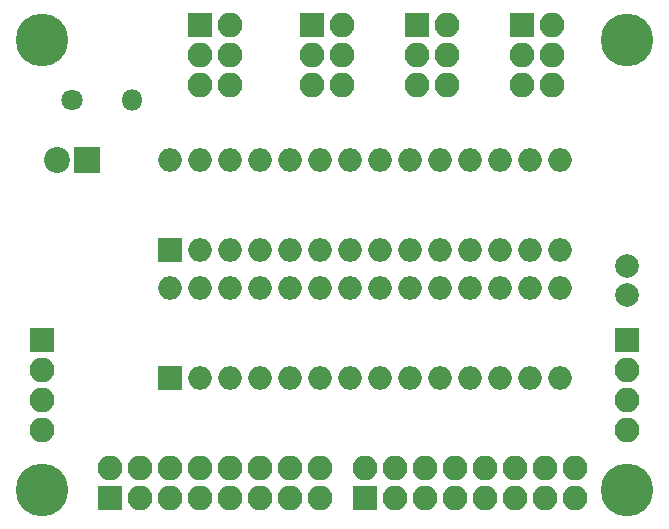
<source format=gts>
G04 #@! TF.FileFunction,Soldermask,Top*
%FSLAX46Y46*%
G04 Gerber Fmt 4.6, Leading zero omitted, Abs format (unit mm)*
G04 Created by KiCad (PCBNEW 4.0.6-e0-6349~53~ubuntu14.04.1) date Wed May 31 17:07:56 2017*
%MOMM*%
%LPD*%
G01*
G04 APERTURE LIST*
%ADD10C,0.100000*%
%ADD11C,1.800000*%
%ADD12O,1.800000X1.800000*%
%ADD13R,2.200000X2.200000*%
%ADD14C,2.200000*%
%ADD15C,4.464000*%
%ADD16R,2.000000X2.000000*%
%ADD17O,2.000000X2.000000*%
%ADD18C,2.000000*%
%ADD19R,2.100000X2.100000*%
%ADD20O,2.100000X2.100000*%
G04 APERTURE END LIST*
D10*
D11*
X180340000Y-132080000D03*
D12*
X185420000Y-132080000D03*
D13*
X181610000Y-137160000D03*
D14*
X179070000Y-137160000D03*
D15*
X177800000Y-127000000D03*
X227330000Y-127000000D03*
X227330000Y-165100000D03*
D16*
X188595000Y-155575000D03*
D17*
X221615000Y-147955000D03*
X191135000Y-155575000D03*
X219075000Y-147955000D03*
X193675000Y-155575000D03*
X216535000Y-147955000D03*
X196215000Y-155575000D03*
X213995000Y-147955000D03*
X198755000Y-155575000D03*
X211455000Y-147955000D03*
X201295000Y-155575000D03*
X208915000Y-147955000D03*
X203835000Y-155575000D03*
X206375000Y-147955000D03*
X206375000Y-155575000D03*
X203835000Y-147955000D03*
X208915000Y-155575000D03*
X201295000Y-147955000D03*
X211455000Y-155575000D03*
X198755000Y-147955000D03*
X213995000Y-155575000D03*
X196215000Y-147955000D03*
X216535000Y-155575000D03*
X193675000Y-147955000D03*
X219075000Y-155575000D03*
X191135000Y-147955000D03*
X221615000Y-155575000D03*
X188595000Y-147955000D03*
D16*
X188595000Y-144780000D03*
D17*
X221615000Y-137160000D03*
X191135000Y-144780000D03*
X219075000Y-137160000D03*
X193675000Y-144780000D03*
X216535000Y-137160000D03*
X196215000Y-144780000D03*
X213995000Y-137160000D03*
X198755000Y-144780000D03*
X211455000Y-137160000D03*
X201295000Y-144780000D03*
X208915000Y-137160000D03*
X203835000Y-144780000D03*
X206375000Y-137160000D03*
X206375000Y-144780000D03*
X203835000Y-137160000D03*
X208915000Y-144780000D03*
X201295000Y-137160000D03*
X211455000Y-144780000D03*
X198755000Y-137160000D03*
X213995000Y-144780000D03*
X196215000Y-137160000D03*
X216535000Y-144780000D03*
X193675000Y-137160000D03*
X219075000Y-144780000D03*
X191135000Y-137160000D03*
X221615000Y-144780000D03*
X188595000Y-137160000D03*
D18*
X227330000Y-148590000D03*
X227330000Y-146090000D03*
D15*
X177800000Y-165100000D03*
D19*
X218440000Y-125730000D03*
D20*
X220980000Y-125730000D03*
X218440000Y-128270000D03*
X220980000Y-128270000D03*
X218440000Y-130810000D03*
X220980000Y-130810000D03*
D19*
X209550000Y-125730000D03*
D20*
X212090000Y-125730000D03*
X209550000Y-128270000D03*
X212090000Y-128270000D03*
X209550000Y-130810000D03*
X212090000Y-130810000D03*
D19*
X205105000Y-165735000D03*
D20*
X205105000Y-163195000D03*
X207645000Y-165735000D03*
X207645000Y-163195000D03*
X210185000Y-165735000D03*
X210185000Y-163195000D03*
X212725000Y-165735000D03*
X212725000Y-163195000D03*
X215265000Y-165735000D03*
X215265000Y-163195000D03*
X217805000Y-165735000D03*
X217805000Y-163195000D03*
X220345000Y-165735000D03*
X220345000Y-163195000D03*
X222885000Y-165735000D03*
X222885000Y-163195000D03*
D19*
X200660000Y-125730000D03*
D20*
X203200000Y-125730000D03*
X200660000Y-128270000D03*
X203200000Y-128270000D03*
X200660000Y-130810000D03*
X203200000Y-130810000D03*
D19*
X191135000Y-125730000D03*
D20*
X193675000Y-125730000D03*
X191135000Y-128270000D03*
X193675000Y-128270000D03*
X191135000Y-130810000D03*
X193675000Y-130810000D03*
D19*
X183515000Y-165735000D03*
D20*
X183515000Y-163195000D03*
X186055000Y-165735000D03*
X186055000Y-163195000D03*
X188595000Y-165735000D03*
X188595000Y-163195000D03*
X191135000Y-165735000D03*
X191135000Y-163195000D03*
X193675000Y-165735000D03*
X193675000Y-163195000D03*
X196215000Y-165735000D03*
X196215000Y-163195000D03*
X198755000Y-165735000D03*
X198755000Y-163195000D03*
X201295000Y-165735000D03*
X201295000Y-163195000D03*
D19*
X227330000Y-152400000D03*
D20*
X227330000Y-154940000D03*
X227330000Y-157480000D03*
X227330000Y-160020000D03*
D19*
X177800000Y-152400000D03*
D20*
X177800000Y-154940000D03*
X177800000Y-157480000D03*
X177800000Y-160020000D03*
M02*

</source>
